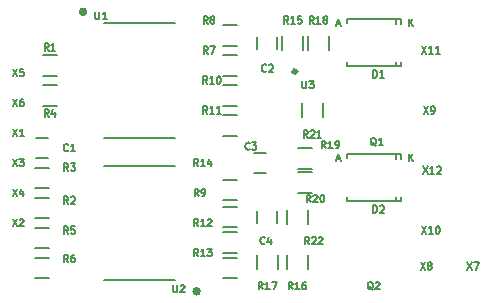
<source format=gbr>
G04 #@! TF.FileFunction,Legend,Top*
%FSLAX46Y46*%
G04 Gerber Fmt 4.6, Leading zero omitted, Abs format (unit mm)*
G04 Created by KiCad (PCBNEW 4.0.4-stable) date 10/09/16 21:09:13*
%MOMM*%
%LPD*%
G01*
G04 APERTURE LIST*
%ADD10C,0.100000*%
%ADD11C,0.350000*%
%ADD12C,0.150000*%
%ADD13C,0.200000*%
G04 APERTURE END LIST*
D10*
D11*
X145385000Y-102745000D02*
G75*
G03X145385000Y-102745000I-175000J0D01*
G01*
D12*
X123225000Y-118505000D02*
X124425000Y-118505000D01*
X124425000Y-120255000D02*
X123225000Y-120255000D01*
X123325000Y-110070000D02*
X124325000Y-110070000D01*
X124325000Y-108370000D02*
X123325000Y-108370000D01*
X142025000Y-99830000D02*
X142025000Y-100830000D01*
X143725000Y-100830000D02*
X143725000Y-99830000D01*
X141740000Y-111340000D02*
X142740000Y-111340000D01*
X142740000Y-109640000D02*
X141740000Y-109640000D01*
X143725000Y-115562000D02*
X143725000Y-114562000D01*
X142025000Y-114562000D02*
X142025000Y-115562000D01*
X125060000Y-103110000D02*
X123860000Y-103110000D01*
X123860000Y-101360000D02*
X125060000Y-101360000D01*
X124425000Y-115175000D02*
X123225000Y-115175000D01*
X123225000Y-113425000D02*
X124425000Y-113425000D01*
X123225000Y-110885000D02*
X124425000Y-110885000D01*
X124425000Y-112635000D02*
X123225000Y-112635000D01*
X125060000Y-105650000D02*
X123860000Y-105650000D01*
X123860000Y-103900000D02*
X125060000Y-103900000D01*
X124425000Y-117715000D02*
X123225000Y-117715000D01*
X123225000Y-115965000D02*
X124425000Y-115965000D01*
X140300000Y-103110000D02*
X139100000Y-103110000D01*
X139100000Y-101360000D02*
X140300000Y-101360000D01*
X139100000Y-98820000D02*
X140300000Y-98820000D01*
X140300000Y-100570000D02*
X139100000Y-100570000D01*
X140300000Y-115937000D02*
X139100000Y-115937000D01*
X139100000Y-114187000D02*
X140300000Y-114187000D01*
X140300000Y-105650000D02*
X139100000Y-105650000D01*
X139100000Y-103900000D02*
X140300000Y-103900000D01*
X139100000Y-106440000D02*
X140300000Y-106440000D01*
X140300000Y-108190000D02*
X139100000Y-108190000D01*
X140300000Y-118096000D02*
X139100000Y-118096000D01*
X139100000Y-116346000D02*
X140300000Y-116346000D01*
X140300000Y-120255000D02*
X139100000Y-120255000D01*
X139100000Y-118505000D02*
X140300000Y-118505000D01*
X140300000Y-113651000D02*
X139100000Y-113651000D01*
X139100000Y-111901000D02*
X140300000Y-111901000D01*
X144159000Y-100930000D02*
X144159000Y-99730000D01*
X145909000Y-99730000D02*
X145909000Y-100930000D01*
X146290000Y-118272000D02*
X146290000Y-119472000D01*
X144540000Y-119472000D02*
X144540000Y-118272000D01*
X143750000Y-118272000D02*
X143750000Y-119472000D01*
X142000000Y-119472000D02*
X142000000Y-118272000D01*
X146318000Y-100930000D02*
X146318000Y-99730000D01*
X148068000Y-99730000D02*
X148068000Y-100930000D01*
X145450000Y-109234000D02*
X146650000Y-109234000D01*
X146650000Y-110984000D02*
X145450000Y-110984000D01*
X145450000Y-111266000D02*
X146650000Y-111266000D01*
X146650000Y-113016000D02*
X145450000Y-113016000D01*
X145810000Y-106645000D02*
X145810000Y-105445000D01*
X147560000Y-105445000D02*
X147560000Y-106645000D01*
X146290000Y-114462000D02*
X146290000Y-115662000D01*
X144540000Y-115662000D02*
X144540000Y-114462000D01*
D13*
X129080000Y-108345000D02*
X135080000Y-108345000D01*
X129080000Y-98665000D02*
X135080000Y-98665000D01*
D11*
X127480000Y-97705000D02*
G75*
G03X127480000Y-97705000I-200000J0D01*
G01*
D13*
X135080000Y-110730000D02*
X129080000Y-110730000D01*
X135080000Y-120410000D02*
X129080000Y-120410000D01*
D11*
X137080000Y-121370000D02*
G75*
G03X137080000Y-121370000I-200000J0D01*
G01*
D12*
X154198320Y-109960000D02*
X154198320Y-110159800D01*
X153741280Y-110010000D02*
X153741280Y-110159000D01*
X149595840Y-109960000D02*
X149595840Y-110109000D01*
X154193240Y-113560000D02*
X154193240Y-113411000D01*
X153741280Y-113560000D02*
X153741280Y-113411000D01*
X149590760Y-113560000D02*
X149590760Y-113411000D01*
X153741280Y-109811020D02*
X153741280Y-110009140D01*
X153741280Y-113758980D02*
X153741280Y-113560860D01*
X149595840Y-109763560D02*
X149595840Y-109961680D01*
X154198320Y-109763560D02*
X149595840Y-109763560D01*
X154198320Y-109763560D02*
X154198320Y-109961680D01*
X154193240Y-113758980D02*
X154193240Y-113560860D01*
X154193240Y-113758980D02*
X149590760Y-113758980D01*
X149590760Y-113758980D02*
X149590760Y-113560860D01*
X154198320Y-98530000D02*
X154198320Y-98729800D01*
X153741280Y-98580000D02*
X153741280Y-98729000D01*
X149595840Y-98530000D02*
X149595840Y-98679000D01*
X154193240Y-102130000D02*
X154193240Y-101981000D01*
X153741280Y-102130000D02*
X153741280Y-101981000D01*
X149590760Y-102130000D02*
X149590760Y-101981000D01*
X153741280Y-98381020D02*
X153741280Y-98579140D01*
X153741280Y-102328980D02*
X153741280Y-102130860D01*
X149595840Y-98333560D02*
X149595840Y-98531680D01*
X154198320Y-98333560D02*
X149595840Y-98333560D01*
X154198320Y-98333560D02*
X154198320Y-98531680D01*
X154193240Y-102328980D02*
X154193240Y-102130860D01*
X154193240Y-102328980D02*
X149590760Y-102328980D01*
X149590760Y-102328980D02*
X149590760Y-102130860D01*
X145846857Y-103557429D02*
X145846857Y-104043143D01*
X145875429Y-104100286D01*
X145904000Y-104128857D01*
X145961143Y-104157429D01*
X146075429Y-104157429D01*
X146132571Y-104128857D01*
X146161143Y-104100286D01*
X146189714Y-104043143D01*
X146189714Y-103557429D01*
X146418285Y-103557429D02*
X146789714Y-103557429D01*
X146589714Y-103786000D01*
X146675428Y-103786000D01*
X146732571Y-103814571D01*
X146761142Y-103843143D01*
X146789714Y-103900286D01*
X146789714Y-104043143D01*
X146761142Y-104100286D01*
X146732571Y-104128857D01*
X146675428Y-104157429D01*
X146504000Y-104157429D01*
X146446857Y-104128857D01*
X146418285Y-104100286D01*
X126011000Y-118889429D02*
X125811000Y-118603714D01*
X125668143Y-118889429D02*
X125668143Y-118289429D01*
X125896715Y-118289429D01*
X125953857Y-118318000D01*
X125982429Y-118346571D01*
X126011000Y-118403714D01*
X126011000Y-118489429D01*
X125982429Y-118546571D01*
X125953857Y-118575143D01*
X125896715Y-118603714D01*
X125668143Y-118603714D01*
X126525286Y-118289429D02*
X126411000Y-118289429D01*
X126353857Y-118318000D01*
X126325286Y-118346571D01*
X126268143Y-118432286D01*
X126239572Y-118546571D01*
X126239572Y-118775143D01*
X126268143Y-118832286D01*
X126296715Y-118860857D01*
X126353857Y-118889429D01*
X126468143Y-118889429D01*
X126525286Y-118860857D01*
X126553857Y-118832286D01*
X126582429Y-118775143D01*
X126582429Y-118632286D01*
X126553857Y-118575143D01*
X126525286Y-118546571D01*
X126468143Y-118518000D01*
X126353857Y-118518000D01*
X126296715Y-118546571D01*
X126268143Y-118575143D01*
X126239572Y-118632286D01*
X126011000Y-109434286D02*
X125982429Y-109462857D01*
X125896715Y-109491429D01*
X125839572Y-109491429D01*
X125753857Y-109462857D01*
X125696715Y-109405714D01*
X125668143Y-109348571D01*
X125639572Y-109234286D01*
X125639572Y-109148571D01*
X125668143Y-109034286D01*
X125696715Y-108977143D01*
X125753857Y-108920000D01*
X125839572Y-108891429D01*
X125896715Y-108891429D01*
X125982429Y-108920000D01*
X126011000Y-108948571D01*
X126582429Y-109491429D02*
X126239572Y-109491429D01*
X126411000Y-109491429D02*
X126411000Y-108891429D01*
X126353857Y-108977143D01*
X126296715Y-109034286D01*
X126239572Y-109062857D01*
X142775000Y-102703286D02*
X142746429Y-102731857D01*
X142660715Y-102760429D01*
X142603572Y-102760429D01*
X142517857Y-102731857D01*
X142460715Y-102674714D01*
X142432143Y-102617571D01*
X142403572Y-102503286D01*
X142403572Y-102417571D01*
X142432143Y-102303286D01*
X142460715Y-102246143D01*
X142517857Y-102189000D01*
X142603572Y-102160429D01*
X142660715Y-102160429D01*
X142746429Y-102189000D01*
X142775000Y-102217571D01*
X143003572Y-102217571D02*
X143032143Y-102189000D01*
X143089286Y-102160429D01*
X143232143Y-102160429D01*
X143289286Y-102189000D01*
X143317857Y-102217571D01*
X143346429Y-102274714D01*
X143346429Y-102331857D01*
X143317857Y-102417571D01*
X142975000Y-102760429D01*
X143346429Y-102760429D01*
X141378000Y-109307286D02*
X141349429Y-109335857D01*
X141263715Y-109364429D01*
X141206572Y-109364429D01*
X141120857Y-109335857D01*
X141063715Y-109278714D01*
X141035143Y-109221571D01*
X141006572Y-109107286D01*
X141006572Y-109021571D01*
X141035143Y-108907286D01*
X141063715Y-108850143D01*
X141120857Y-108793000D01*
X141206572Y-108764429D01*
X141263715Y-108764429D01*
X141349429Y-108793000D01*
X141378000Y-108821571D01*
X141578000Y-108764429D02*
X141949429Y-108764429D01*
X141749429Y-108993000D01*
X141835143Y-108993000D01*
X141892286Y-109021571D01*
X141920857Y-109050143D01*
X141949429Y-109107286D01*
X141949429Y-109250143D01*
X141920857Y-109307286D01*
X141892286Y-109335857D01*
X141835143Y-109364429D01*
X141663715Y-109364429D01*
X141606572Y-109335857D01*
X141578000Y-109307286D01*
X142648000Y-117308286D02*
X142619429Y-117336857D01*
X142533715Y-117365429D01*
X142476572Y-117365429D01*
X142390857Y-117336857D01*
X142333715Y-117279714D01*
X142305143Y-117222571D01*
X142276572Y-117108286D01*
X142276572Y-117022571D01*
X142305143Y-116908286D01*
X142333715Y-116851143D01*
X142390857Y-116794000D01*
X142476572Y-116765429D01*
X142533715Y-116765429D01*
X142619429Y-116794000D01*
X142648000Y-116822571D01*
X143162286Y-116965429D02*
X143162286Y-117365429D01*
X143019429Y-116736857D02*
X142876572Y-117165429D01*
X143248000Y-117165429D01*
X152088857Y-109040571D02*
X152031714Y-109012000D01*
X151974571Y-108954857D01*
X151888857Y-108869143D01*
X151831714Y-108840571D01*
X151774571Y-108840571D01*
X151803143Y-108983429D02*
X151746000Y-108954857D01*
X151688857Y-108897714D01*
X151660286Y-108783429D01*
X151660286Y-108583429D01*
X151688857Y-108469143D01*
X151746000Y-108412000D01*
X151803143Y-108383429D01*
X151917429Y-108383429D01*
X151974571Y-108412000D01*
X152031714Y-108469143D01*
X152060286Y-108583429D01*
X152060286Y-108783429D01*
X152031714Y-108897714D01*
X151974571Y-108954857D01*
X151917429Y-108983429D01*
X151803143Y-108983429D01*
X152631714Y-108983429D02*
X152288857Y-108983429D01*
X152460285Y-108983429D02*
X152460285Y-108383429D01*
X152403142Y-108469143D01*
X152346000Y-108526286D01*
X152288857Y-108554857D01*
X151834857Y-121232571D02*
X151777714Y-121204000D01*
X151720571Y-121146857D01*
X151634857Y-121061143D01*
X151577714Y-121032571D01*
X151520571Y-121032571D01*
X151549143Y-121175429D02*
X151492000Y-121146857D01*
X151434857Y-121089714D01*
X151406286Y-120975429D01*
X151406286Y-120775429D01*
X151434857Y-120661143D01*
X151492000Y-120604000D01*
X151549143Y-120575429D01*
X151663429Y-120575429D01*
X151720571Y-120604000D01*
X151777714Y-120661143D01*
X151806286Y-120775429D01*
X151806286Y-120975429D01*
X151777714Y-121089714D01*
X151720571Y-121146857D01*
X151663429Y-121175429D01*
X151549143Y-121175429D01*
X152034857Y-120632571D02*
X152063428Y-120604000D01*
X152120571Y-120575429D01*
X152263428Y-120575429D01*
X152320571Y-120604000D01*
X152349142Y-120632571D01*
X152377714Y-120689714D01*
X152377714Y-120746857D01*
X152349142Y-120832571D01*
X152006285Y-121175429D01*
X152377714Y-121175429D01*
X124360000Y-100982429D02*
X124160000Y-100696714D01*
X124017143Y-100982429D02*
X124017143Y-100382429D01*
X124245715Y-100382429D01*
X124302857Y-100411000D01*
X124331429Y-100439571D01*
X124360000Y-100496714D01*
X124360000Y-100582429D01*
X124331429Y-100639571D01*
X124302857Y-100668143D01*
X124245715Y-100696714D01*
X124017143Y-100696714D01*
X124931429Y-100982429D02*
X124588572Y-100982429D01*
X124760000Y-100982429D02*
X124760000Y-100382429D01*
X124702857Y-100468143D01*
X124645715Y-100525286D01*
X124588572Y-100553857D01*
X126011000Y-113936429D02*
X125811000Y-113650714D01*
X125668143Y-113936429D02*
X125668143Y-113336429D01*
X125896715Y-113336429D01*
X125953857Y-113365000D01*
X125982429Y-113393571D01*
X126011000Y-113450714D01*
X126011000Y-113536429D01*
X125982429Y-113593571D01*
X125953857Y-113622143D01*
X125896715Y-113650714D01*
X125668143Y-113650714D01*
X126239572Y-113393571D02*
X126268143Y-113365000D01*
X126325286Y-113336429D01*
X126468143Y-113336429D01*
X126525286Y-113365000D01*
X126553857Y-113393571D01*
X126582429Y-113450714D01*
X126582429Y-113507857D01*
X126553857Y-113593571D01*
X126211000Y-113936429D01*
X126582429Y-113936429D01*
X126011000Y-111142429D02*
X125811000Y-110856714D01*
X125668143Y-111142429D02*
X125668143Y-110542429D01*
X125896715Y-110542429D01*
X125953857Y-110571000D01*
X125982429Y-110599571D01*
X126011000Y-110656714D01*
X126011000Y-110742429D01*
X125982429Y-110799571D01*
X125953857Y-110828143D01*
X125896715Y-110856714D01*
X125668143Y-110856714D01*
X126211000Y-110542429D02*
X126582429Y-110542429D01*
X126382429Y-110771000D01*
X126468143Y-110771000D01*
X126525286Y-110799571D01*
X126553857Y-110828143D01*
X126582429Y-110885286D01*
X126582429Y-111028143D01*
X126553857Y-111085286D01*
X126525286Y-111113857D01*
X126468143Y-111142429D01*
X126296715Y-111142429D01*
X126239572Y-111113857D01*
X126211000Y-111085286D01*
X124360000Y-106570429D02*
X124160000Y-106284714D01*
X124017143Y-106570429D02*
X124017143Y-105970429D01*
X124245715Y-105970429D01*
X124302857Y-105999000D01*
X124331429Y-106027571D01*
X124360000Y-106084714D01*
X124360000Y-106170429D01*
X124331429Y-106227571D01*
X124302857Y-106256143D01*
X124245715Y-106284714D01*
X124017143Y-106284714D01*
X124874286Y-106170429D02*
X124874286Y-106570429D01*
X124731429Y-105941857D02*
X124588572Y-106370429D01*
X124960000Y-106370429D01*
X126011000Y-116476429D02*
X125811000Y-116190714D01*
X125668143Y-116476429D02*
X125668143Y-115876429D01*
X125896715Y-115876429D01*
X125953857Y-115905000D01*
X125982429Y-115933571D01*
X126011000Y-115990714D01*
X126011000Y-116076429D01*
X125982429Y-116133571D01*
X125953857Y-116162143D01*
X125896715Y-116190714D01*
X125668143Y-116190714D01*
X126553857Y-115876429D02*
X126268143Y-115876429D01*
X126239572Y-116162143D01*
X126268143Y-116133571D01*
X126325286Y-116105000D01*
X126468143Y-116105000D01*
X126525286Y-116133571D01*
X126553857Y-116162143D01*
X126582429Y-116219286D01*
X126582429Y-116362143D01*
X126553857Y-116419286D01*
X126525286Y-116447857D01*
X126468143Y-116476429D01*
X126325286Y-116476429D01*
X126268143Y-116447857D01*
X126239572Y-116419286D01*
X137822000Y-101236429D02*
X137622000Y-100950714D01*
X137479143Y-101236429D02*
X137479143Y-100636429D01*
X137707715Y-100636429D01*
X137764857Y-100665000D01*
X137793429Y-100693571D01*
X137822000Y-100750714D01*
X137822000Y-100836429D01*
X137793429Y-100893571D01*
X137764857Y-100922143D01*
X137707715Y-100950714D01*
X137479143Y-100950714D01*
X138022000Y-100636429D02*
X138422000Y-100636429D01*
X138164857Y-101236429D01*
X137822000Y-98696429D02*
X137622000Y-98410714D01*
X137479143Y-98696429D02*
X137479143Y-98096429D01*
X137707715Y-98096429D01*
X137764857Y-98125000D01*
X137793429Y-98153571D01*
X137822000Y-98210714D01*
X137822000Y-98296429D01*
X137793429Y-98353571D01*
X137764857Y-98382143D01*
X137707715Y-98410714D01*
X137479143Y-98410714D01*
X138164857Y-98353571D02*
X138107715Y-98325000D01*
X138079143Y-98296429D01*
X138050572Y-98239286D01*
X138050572Y-98210714D01*
X138079143Y-98153571D01*
X138107715Y-98125000D01*
X138164857Y-98096429D01*
X138279143Y-98096429D01*
X138336286Y-98125000D01*
X138364857Y-98153571D01*
X138393429Y-98210714D01*
X138393429Y-98239286D01*
X138364857Y-98296429D01*
X138336286Y-98325000D01*
X138279143Y-98353571D01*
X138164857Y-98353571D01*
X138107715Y-98382143D01*
X138079143Y-98410714D01*
X138050572Y-98467857D01*
X138050572Y-98582143D01*
X138079143Y-98639286D01*
X138107715Y-98667857D01*
X138164857Y-98696429D01*
X138279143Y-98696429D01*
X138336286Y-98667857D01*
X138364857Y-98639286D01*
X138393429Y-98582143D01*
X138393429Y-98467857D01*
X138364857Y-98410714D01*
X138336286Y-98382143D01*
X138279143Y-98353571D01*
X137060000Y-113301429D02*
X136860000Y-113015714D01*
X136717143Y-113301429D02*
X136717143Y-112701429D01*
X136945715Y-112701429D01*
X137002857Y-112730000D01*
X137031429Y-112758571D01*
X137060000Y-112815714D01*
X137060000Y-112901429D01*
X137031429Y-112958571D01*
X137002857Y-112987143D01*
X136945715Y-113015714D01*
X136717143Y-113015714D01*
X137345715Y-113301429D02*
X137460000Y-113301429D01*
X137517143Y-113272857D01*
X137545715Y-113244286D01*
X137602857Y-113158571D01*
X137631429Y-113044286D01*
X137631429Y-112815714D01*
X137602857Y-112758571D01*
X137574286Y-112730000D01*
X137517143Y-112701429D01*
X137402857Y-112701429D01*
X137345715Y-112730000D01*
X137317143Y-112758571D01*
X137288572Y-112815714D01*
X137288572Y-112958571D01*
X137317143Y-113015714D01*
X137345715Y-113044286D01*
X137402857Y-113072857D01*
X137517143Y-113072857D01*
X137574286Y-113044286D01*
X137602857Y-113015714D01*
X137631429Y-112958571D01*
X137790285Y-103776429D02*
X137590285Y-103490714D01*
X137447428Y-103776429D02*
X137447428Y-103176429D01*
X137676000Y-103176429D01*
X137733142Y-103205000D01*
X137761714Y-103233571D01*
X137790285Y-103290714D01*
X137790285Y-103376429D01*
X137761714Y-103433571D01*
X137733142Y-103462143D01*
X137676000Y-103490714D01*
X137447428Y-103490714D01*
X138361714Y-103776429D02*
X138018857Y-103776429D01*
X138190285Y-103776429D02*
X138190285Y-103176429D01*
X138133142Y-103262143D01*
X138076000Y-103319286D01*
X138018857Y-103347857D01*
X138733143Y-103176429D02*
X138790286Y-103176429D01*
X138847429Y-103205000D01*
X138876000Y-103233571D01*
X138904571Y-103290714D01*
X138933143Y-103405000D01*
X138933143Y-103547857D01*
X138904571Y-103662143D01*
X138876000Y-103719286D01*
X138847429Y-103747857D01*
X138790286Y-103776429D01*
X138733143Y-103776429D01*
X138676000Y-103747857D01*
X138647429Y-103719286D01*
X138618857Y-103662143D01*
X138590286Y-103547857D01*
X138590286Y-103405000D01*
X138618857Y-103290714D01*
X138647429Y-103233571D01*
X138676000Y-103205000D01*
X138733143Y-103176429D01*
X137790285Y-106316429D02*
X137590285Y-106030714D01*
X137447428Y-106316429D02*
X137447428Y-105716429D01*
X137676000Y-105716429D01*
X137733142Y-105745000D01*
X137761714Y-105773571D01*
X137790285Y-105830714D01*
X137790285Y-105916429D01*
X137761714Y-105973571D01*
X137733142Y-106002143D01*
X137676000Y-106030714D01*
X137447428Y-106030714D01*
X138361714Y-106316429D02*
X138018857Y-106316429D01*
X138190285Y-106316429D02*
X138190285Y-105716429D01*
X138133142Y-105802143D01*
X138076000Y-105859286D01*
X138018857Y-105887857D01*
X138933143Y-106316429D02*
X138590286Y-106316429D01*
X138761714Y-106316429D02*
X138761714Y-105716429D01*
X138704571Y-105802143D01*
X138647429Y-105859286D01*
X138590286Y-105887857D01*
X137028285Y-115841429D02*
X136828285Y-115555714D01*
X136685428Y-115841429D02*
X136685428Y-115241429D01*
X136914000Y-115241429D01*
X136971142Y-115270000D01*
X136999714Y-115298571D01*
X137028285Y-115355714D01*
X137028285Y-115441429D01*
X136999714Y-115498571D01*
X136971142Y-115527143D01*
X136914000Y-115555714D01*
X136685428Y-115555714D01*
X137599714Y-115841429D02*
X137256857Y-115841429D01*
X137428285Y-115841429D02*
X137428285Y-115241429D01*
X137371142Y-115327143D01*
X137314000Y-115384286D01*
X137256857Y-115412857D01*
X137828286Y-115298571D02*
X137856857Y-115270000D01*
X137914000Y-115241429D01*
X138056857Y-115241429D01*
X138114000Y-115270000D01*
X138142571Y-115298571D01*
X138171143Y-115355714D01*
X138171143Y-115412857D01*
X138142571Y-115498571D01*
X137799714Y-115841429D01*
X138171143Y-115841429D01*
X137028285Y-118381429D02*
X136828285Y-118095714D01*
X136685428Y-118381429D02*
X136685428Y-117781429D01*
X136914000Y-117781429D01*
X136971142Y-117810000D01*
X136999714Y-117838571D01*
X137028285Y-117895714D01*
X137028285Y-117981429D01*
X136999714Y-118038571D01*
X136971142Y-118067143D01*
X136914000Y-118095714D01*
X136685428Y-118095714D01*
X137599714Y-118381429D02*
X137256857Y-118381429D01*
X137428285Y-118381429D02*
X137428285Y-117781429D01*
X137371142Y-117867143D01*
X137314000Y-117924286D01*
X137256857Y-117952857D01*
X137799714Y-117781429D02*
X138171143Y-117781429D01*
X137971143Y-118010000D01*
X138056857Y-118010000D01*
X138114000Y-118038571D01*
X138142571Y-118067143D01*
X138171143Y-118124286D01*
X138171143Y-118267143D01*
X138142571Y-118324286D01*
X138114000Y-118352857D01*
X138056857Y-118381429D01*
X137885429Y-118381429D01*
X137828286Y-118352857D01*
X137799714Y-118324286D01*
X137028285Y-110761429D02*
X136828285Y-110475714D01*
X136685428Y-110761429D02*
X136685428Y-110161429D01*
X136914000Y-110161429D01*
X136971142Y-110190000D01*
X136999714Y-110218571D01*
X137028285Y-110275714D01*
X137028285Y-110361429D01*
X136999714Y-110418571D01*
X136971142Y-110447143D01*
X136914000Y-110475714D01*
X136685428Y-110475714D01*
X137599714Y-110761429D02*
X137256857Y-110761429D01*
X137428285Y-110761429D02*
X137428285Y-110161429D01*
X137371142Y-110247143D01*
X137314000Y-110304286D01*
X137256857Y-110332857D01*
X138114000Y-110361429D02*
X138114000Y-110761429D01*
X137971143Y-110132857D02*
X137828286Y-110561429D01*
X138199714Y-110561429D01*
X144648285Y-98696429D02*
X144448285Y-98410714D01*
X144305428Y-98696429D02*
X144305428Y-98096429D01*
X144534000Y-98096429D01*
X144591142Y-98125000D01*
X144619714Y-98153571D01*
X144648285Y-98210714D01*
X144648285Y-98296429D01*
X144619714Y-98353571D01*
X144591142Y-98382143D01*
X144534000Y-98410714D01*
X144305428Y-98410714D01*
X145219714Y-98696429D02*
X144876857Y-98696429D01*
X145048285Y-98696429D02*
X145048285Y-98096429D01*
X144991142Y-98182143D01*
X144934000Y-98239286D01*
X144876857Y-98267857D01*
X145762571Y-98096429D02*
X145476857Y-98096429D01*
X145448286Y-98382143D01*
X145476857Y-98353571D01*
X145534000Y-98325000D01*
X145676857Y-98325000D01*
X145734000Y-98353571D01*
X145762571Y-98382143D01*
X145791143Y-98439286D01*
X145791143Y-98582143D01*
X145762571Y-98639286D01*
X145734000Y-98667857D01*
X145676857Y-98696429D01*
X145534000Y-98696429D01*
X145476857Y-98667857D01*
X145448286Y-98639286D01*
X145029285Y-121175429D02*
X144829285Y-120889714D01*
X144686428Y-121175429D02*
X144686428Y-120575429D01*
X144915000Y-120575429D01*
X144972142Y-120604000D01*
X145000714Y-120632571D01*
X145029285Y-120689714D01*
X145029285Y-120775429D01*
X145000714Y-120832571D01*
X144972142Y-120861143D01*
X144915000Y-120889714D01*
X144686428Y-120889714D01*
X145600714Y-121175429D02*
X145257857Y-121175429D01*
X145429285Y-121175429D02*
X145429285Y-120575429D01*
X145372142Y-120661143D01*
X145315000Y-120718286D01*
X145257857Y-120746857D01*
X146115000Y-120575429D02*
X146000714Y-120575429D01*
X145943571Y-120604000D01*
X145915000Y-120632571D01*
X145857857Y-120718286D01*
X145829286Y-120832571D01*
X145829286Y-121061143D01*
X145857857Y-121118286D01*
X145886429Y-121146857D01*
X145943571Y-121175429D01*
X146057857Y-121175429D01*
X146115000Y-121146857D01*
X146143571Y-121118286D01*
X146172143Y-121061143D01*
X146172143Y-120918286D01*
X146143571Y-120861143D01*
X146115000Y-120832571D01*
X146057857Y-120804000D01*
X145943571Y-120804000D01*
X145886429Y-120832571D01*
X145857857Y-120861143D01*
X145829286Y-120918286D01*
X142489285Y-121175429D02*
X142289285Y-120889714D01*
X142146428Y-121175429D02*
X142146428Y-120575429D01*
X142375000Y-120575429D01*
X142432142Y-120604000D01*
X142460714Y-120632571D01*
X142489285Y-120689714D01*
X142489285Y-120775429D01*
X142460714Y-120832571D01*
X142432142Y-120861143D01*
X142375000Y-120889714D01*
X142146428Y-120889714D01*
X143060714Y-121175429D02*
X142717857Y-121175429D01*
X142889285Y-121175429D02*
X142889285Y-120575429D01*
X142832142Y-120661143D01*
X142775000Y-120718286D01*
X142717857Y-120746857D01*
X143260714Y-120575429D02*
X143660714Y-120575429D01*
X143403571Y-121175429D01*
X146807285Y-98696429D02*
X146607285Y-98410714D01*
X146464428Y-98696429D02*
X146464428Y-98096429D01*
X146693000Y-98096429D01*
X146750142Y-98125000D01*
X146778714Y-98153571D01*
X146807285Y-98210714D01*
X146807285Y-98296429D01*
X146778714Y-98353571D01*
X146750142Y-98382143D01*
X146693000Y-98410714D01*
X146464428Y-98410714D01*
X147378714Y-98696429D02*
X147035857Y-98696429D01*
X147207285Y-98696429D02*
X147207285Y-98096429D01*
X147150142Y-98182143D01*
X147093000Y-98239286D01*
X147035857Y-98267857D01*
X147721571Y-98353571D02*
X147664429Y-98325000D01*
X147635857Y-98296429D01*
X147607286Y-98239286D01*
X147607286Y-98210714D01*
X147635857Y-98153571D01*
X147664429Y-98125000D01*
X147721571Y-98096429D01*
X147835857Y-98096429D01*
X147893000Y-98125000D01*
X147921571Y-98153571D01*
X147950143Y-98210714D01*
X147950143Y-98239286D01*
X147921571Y-98296429D01*
X147893000Y-98325000D01*
X147835857Y-98353571D01*
X147721571Y-98353571D01*
X147664429Y-98382143D01*
X147635857Y-98410714D01*
X147607286Y-98467857D01*
X147607286Y-98582143D01*
X147635857Y-98639286D01*
X147664429Y-98667857D01*
X147721571Y-98696429D01*
X147835857Y-98696429D01*
X147893000Y-98667857D01*
X147921571Y-98639286D01*
X147950143Y-98582143D01*
X147950143Y-98467857D01*
X147921571Y-98410714D01*
X147893000Y-98382143D01*
X147835857Y-98353571D01*
X147823285Y-109237429D02*
X147623285Y-108951714D01*
X147480428Y-109237429D02*
X147480428Y-108637429D01*
X147709000Y-108637429D01*
X147766142Y-108666000D01*
X147794714Y-108694571D01*
X147823285Y-108751714D01*
X147823285Y-108837429D01*
X147794714Y-108894571D01*
X147766142Y-108923143D01*
X147709000Y-108951714D01*
X147480428Y-108951714D01*
X148394714Y-109237429D02*
X148051857Y-109237429D01*
X148223285Y-109237429D02*
X148223285Y-108637429D01*
X148166142Y-108723143D01*
X148109000Y-108780286D01*
X148051857Y-108808857D01*
X148680429Y-109237429D02*
X148794714Y-109237429D01*
X148851857Y-109208857D01*
X148880429Y-109180286D01*
X148937571Y-109094571D01*
X148966143Y-108980286D01*
X148966143Y-108751714D01*
X148937571Y-108694571D01*
X148909000Y-108666000D01*
X148851857Y-108637429D01*
X148737571Y-108637429D01*
X148680429Y-108666000D01*
X148651857Y-108694571D01*
X148623286Y-108751714D01*
X148623286Y-108894571D01*
X148651857Y-108951714D01*
X148680429Y-108980286D01*
X148737571Y-109008857D01*
X148851857Y-109008857D01*
X148909000Y-108980286D01*
X148937571Y-108951714D01*
X148966143Y-108894571D01*
X146553285Y-113809429D02*
X146353285Y-113523714D01*
X146210428Y-113809429D02*
X146210428Y-113209429D01*
X146439000Y-113209429D01*
X146496142Y-113238000D01*
X146524714Y-113266571D01*
X146553285Y-113323714D01*
X146553285Y-113409429D01*
X146524714Y-113466571D01*
X146496142Y-113495143D01*
X146439000Y-113523714D01*
X146210428Y-113523714D01*
X146781857Y-113266571D02*
X146810428Y-113238000D01*
X146867571Y-113209429D01*
X147010428Y-113209429D01*
X147067571Y-113238000D01*
X147096142Y-113266571D01*
X147124714Y-113323714D01*
X147124714Y-113380857D01*
X147096142Y-113466571D01*
X146753285Y-113809429D01*
X147124714Y-113809429D01*
X147496143Y-113209429D02*
X147553286Y-113209429D01*
X147610429Y-113238000D01*
X147639000Y-113266571D01*
X147667571Y-113323714D01*
X147696143Y-113438000D01*
X147696143Y-113580857D01*
X147667571Y-113695143D01*
X147639000Y-113752286D01*
X147610429Y-113780857D01*
X147553286Y-113809429D01*
X147496143Y-113809429D01*
X147439000Y-113780857D01*
X147410429Y-113752286D01*
X147381857Y-113695143D01*
X147353286Y-113580857D01*
X147353286Y-113438000D01*
X147381857Y-113323714D01*
X147410429Y-113266571D01*
X147439000Y-113238000D01*
X147496143Y-113209429D01*
X146299285Y-108348429D02*
X146099285Y-108062714D01*
X145956428Y-108348429D02*
X145956428Y-107748429D01*
X146185000Y-107748429D01*
X146242142Y-107777000D01*
X146270714Y-107805571D01*
X146299285Y-107862714D01*
X146299285Y-107948429D01*
X146270714Y-108005571D01*
X146242142Y-108034143D01*
X146185000Y-108062714D01*
X145956428Y-108062714D01*
X146527857Y-107805571D02*
X146556428Y-107777000D01*
X146613571Y-107748429D01*
X146756428Y-107748429D01*
X146813571Y-107777000D01*
X146842142Y-107805571D01*
X146870714Y-107862714D01*
X146870714Y-107919857D01*
X146842142Y-108005571D01*
X146499285Y-108348429D01*
X146870714Y-108348429D01*
X147442143Y-108348429D02*
X147099286Y-108348429D01*
X147270714Y-108348429D02*
X147270714Y-107748429D01*
X147213571Y-107834143D01*
X147156429Y-107891286D01*
X147099286Y-107919857D01*
X146426285Y-117365429D02*
X146226285Y-117079714D01*
X146083428Y-117365429D02*
X146083428Y-116765429D01*
X146312000Y-116765429D01*
X146369142Y-116794000D01*
X146397714Y-116822571D01*
X146426285Y-116879714D01*
X146426285Y-116965429D01*
X146397714Y-117022571D01*
X146369142Y-117051143D01*
X146312000Y-117079714D01*
X146083428Y-117079714D01*
X146654857Y-116822571D02*
X146683428Y-116794000D01*
X146740571Y-116765429D01*
X146883428Y-116765429D01*
X146940571Y-116794000D01*
X146969142Y-116822571D01*
X146997714Y-116879714D01*
X146997714Y-116936857D01*
X146969142Y-117022571D01*
X146626285Y-117365429D01*
X146997714Y-117365429D01*
X147226286Y-116822571D02*
X147254857Y-116794000D01*
X147312000Y-116765429D01*
X147454857Y-116765429D01*
X147512000Y-116794000D01*
X147540571Y-116822571D01*
X147569143Y-116879714D01*
X147569143Y-116936857D01*
X147540571Y-117022571D01*
X147197714Y-117365429D01*
X147569143Y-117365429D01*
X128320857Y-97715429D02*
X128320857Y-98201143D01*
X128349429Y-98258286D01*
X128378000Y-98286857D01*
X128435143Y-98315429D01*
X128549429Y-98315429D01*
X128606571Y-98286857D01*
X128635143Y-98258286D01*
X128663714Y-98201143D01*
X128663714Y-97715429D01*
X129263714Y-98315429D02*
X128920857Y-98315429D01*
X129092285Y-98315429D02*
X129092285Y-97715429D01*
X129035142Y-97801143D01*
X128978000Y-97858286D01*
X128920857Y-97886857D01*
X134924857Y-120829429D02*
X134924857Y-121315143D01*
X134953429Y-121372286D01*
X134982000Y-121400857D01*
X135039143Y-121429429D01*
X135153429Y-121429429D01*
X135210571Y-121400857D01*
X135239143Y-121372286D01*
X135267714Y-121315143D01*
X135267714Y-120829429D01*
X135524857Y-120886571D02*
X135553428Y-120858000D01*
X135610571Y-120829429D01*
X135753428Y-120829429D01*
X135810571Y-120858000D01*
X135839142Y-120886571D01*
X135867714Y-120943714D01*
X135867714Y-121000857D01*
X135839142Y-121086571D01*
X135496285Y-121429429D01*
X135867714Y-121429429D01*
X121307285Y-107621429D02*
X121707285Y-108221429D01*
X121707285Y-107621429D02*
X121307285Y-108221429D01*
X122250143Y-108221429D02*
X121907286Y-108221429D01*
X122078714Y-108221429D02*
X122078714Y-107621429D01*
X122021571Y-107707143D01*
X121964429Y-107764286D01*
X121907286Y-107792857D01*
X121307285Y-115241429D02*
X121707285Y-115841429D01*
X121707285Y-115241429D02*
X121307285Y-115841429D01*
X121907286Y-115298571D02*
X121935857Y-115270000D01*
X121993000Y-115241429D01*
X122135857Y-115241429D01*
X122193000Y-115270000D01*
X122221571Y-115298571D01*
X122250143Y-115355714D01*
X122250143Y-115412857D01*
X122221571Y-115498571D01*
X121878714Y-115841429D01*
X122250143Y-115841429D01*
X121307285Y-110161429D02*
X121707285Y-110761429D01*
X121707285Y-110161429D02*
X121307285Y-110761429D01*
X121878714Y-110161429D02*
X122250143Y-110161429D01*
X122050143Y-110390000D01*
X122135857Y-110390000D01*
X122193000Y-110418571D01*
X122221571Y-110447143D01*
X122250143Y-110504286D01*
X122250143Y-110647143D01*
X122221571Y-110704286D01*
X122193000Y-110732857D01*
X122135857Y-110761429D01*
X121964429Y-110761429D01*
X121907286Y-110732857D01*
X121878714Y-110704286D01*
X121307285Y-112701429D02*
X121707285Y-113301429D01*
X121707285Y-112701429D02*
X121307285Y-113301429D01*
X122193000Y-112901429D02*
X122193000Y-113301429D01*
X122050143Y-112672857D02*
X121907286Y-113101429D01*
X122278714Y-113101429D01*
X121307285Y-102541429D02*
X121707285Y-103141429D01*
X121707285Y-102541429D02*
X121307285Y-103141429D01*
X122221571Y-102541429D02*
X121935857Y-102541429D01*
X121907286Y-102827143D01*
X121935857Y-102798571D01*
X121993000Y-102770000D01*
X122135857Y-102770000D01*
X122193000Y-102798571D01*
X122221571Y-102827143D01*
X122250143Y-102884286D01*
X122250143Y-103027143D01*
X122221571Y-103084286D01*
X122193000Y-103112857D01*
X122135857Y-103141429D01*
X121993000Y-103141429D01*
X121935857Y-103112857D01*
X121907286Y-103084286D01*
X121307285Y-105081429D02*
X121707285Y-105681429D01*
X121707285Y-105081429D02*
X121307285Y-105681429D01*
X122193000Y-105081429D02*
X122078714Y-105081429D01*
X122021571Y-105110000D01*
X121993000Y-105138571D01*
X121935857Y-105224286D01*
X121907286Y-105338571D01*
X121907286Y-105567143D01*
X121935857Y-105624286D01*
X121964429Y-105652857D01*
X122021571Y-105681429D01*
X122135857Y-105681429D01*
X122193000Y-105652857D01*
X122221571Y-105624286D01*
X122250143Y-105567143D01*
X122250143Y-105424286D01*
X122221571Y-105367143D01*
X122193000Y-105338571D01*
X122135857Y-105310000D01*
X122021571Y-105310000D01*
X121964429Y-105338571D01*
X121935857Y-105367143D01*
X121907286Y-105424286D01*
X159788285Y-118924429D02*
X160188285Y-119524429D01*
X160188285Y-118924429D02*
X159788285Y-119524429D01*
X160359714Y-118924429D02*
X160759714Y-118924429D01*
X160502571Y-119524429D01*
X155851285Y-118924429D02*
X156251285Y-119524429D01*
X156251285Y-118924429D02*
X155851285Y-119524429D01*
X156565571Y-119181571D02*
X156508429Y-119153000D01*
X156479857Y-119124429D01*
X156451286Y-119067286D01*
X156451286Y-119038714D01*
X156479857Y-118981571D01*
X156508429Y-118953000D01*
X156565571Y-118924429D01*
X156679857Y-118924429D01*
X156737000Y-118953000D01*
X156765571Y-118981571D01*
X156794143Y-119038714D01*
X156794143Y-119067286D01*
X156765571Y-119124429D01*
X156737000Y-119153000D01*
X156679857Y-119181571D01*
X156565571Y-119181571D01*
X156508429Y-119210143D01*
X156479857Y-119238714D01*
X156451286Y-119295857D01*
X156451286Y-119410143D01*
X156479857Y-119467286D01*
X156508429Y-119495857D01*
X156565571Y-119524429D01*
X156679857Y-119524429D01*
X156737000Y-119495857D01*
X156765571Y-119467286D01*
X156794143Y-119410143D01*
X156794143Y-119295857D01*
X156765571Y-119238714D01*
X156737000Y-119210143D01*
X156679857Y-119181571D01*
X156105285Y-105716429D02*
X156505285Y-106316429D01*
X156505285Y-105716429D02*
X156105285Y-106316429D01*
X156762429Y-106316429D02*
X156876714Y-106316429D01*
X156933857Y-106287857D01*
X156962429Y-106259286D01*
X157019571Y-106173571D01*
X157048143Y-106059286D01*
X157048143Y-105830714D01*
X157019571Y-105773571D01*
X156991000Y-105745000D01*
X156933857Y-105716429D01*
X156819571Y-105716429D01*
X156762429Y-105745000D01*
X156733857Y-105773571D01*
X156705286Y-105830714D01*
X156705286Y-105973571D01*
X156733857Y-106030714D01*
X156762429Y-106059286D01*
X156819571Y-106087857D01*
X156933857Y-106087857D01*
X156991000Y-106059286D01*
X157019571Y-106030714D01*
X157048143Y-105973571D01*
X155946571Y-115876429D02*
X156346571Y-116476429D01*
X156346571Y-115876429D02*
X155946571Y-116476429D01*
X156889429Y-116476429D02*
X156546572Y-116476429D01*
X156718000Y-116476429D02*
X156718000Y-115876429D01*
X156660857Y-115962143D01*
X156603715Y-116019286D01*
X156546572Y-116047857D01*
X157260858Y-115876429D02*
X157318001Y-115876429D01*
X157375144Y-115905000D01*
X157403715Y-115933571D01*
X157432286Y-115990714D01*
X157460858Y-116105000D01*
X157460858Y-116247857D01*
X157432286Y-116362143D01*
X157403715Y-116419286D01*
X157375144Y-116447857D01*
X157318001Y-116476429D01*
X157260858Y-116476429D01*
X157203715Y-116447857D01*
X157175144Y-116419286D01*
X157146572Y-116362143D01*
X157118001Y-116247857D01*
X157118001Y-116105000D01*
X157146572Y-115990714D01*
X157175144Y-115933571D01*
X157203715Y-115905000D01*
X157260858Y-115876429D01*
X155946571Y-100636429D02*
X156346571Y-101236429D01*
X156346571Y-100636429D02*
X155946571Y-101236429D01*
X156889429Y-101236429D02*
X156546572Y-101236429D01*
X156718000Y-101236429D02*
X156718000Y-100636429D01*
X156660857Y-100722143D01*
X156603715Y-100779286D01*
X156546572Y-100807857D01*
X157460858Y-101236429D02*
X157118001Y-101236429D01*
X157289429Y-101236429D02*
X157289429Y-100636429D01*
X157232286Y-100722143D01*
X157175144Y-100779286D01*
X157118001Y-100807857D01*
X156073571Y-110796429D02*
X156473571Y-111396429D01*
X156473571Y-110796429D02*
X156073571Y-111396429D01*
X157016429Y-111396429D02*
X156673572Y-111396429D01*
X156845000Y-111396429D02*
X156845000Y-110796429D01*
X156787857Y-110882143D01*
X156730715Y-110939286D01*
X156673572Y-110967857D01*
X157245001Y-110853571D02*
X157273572Y-110825000D01*
X157330715Y-110796429D01*
X157473572Y-110796429D01*
X157530715Y-110825000D01*
X157559286Y-110853571D01*
X157587858Y-110910714D01*
X157587858Y-110967857D01*
X157559286Y-111053571D01*
X157216429Y-111396429D01*
X157587858Y-111396429D01*
X151830143Y-114698429D02*
X151830143Y-114098429D01*
X151973000Y-114098429D01*
X152058715Y-114127000D01*
X152115857Y-114184143D01*
X152144429Y-114241286D01*
X152173000Y-114355571D01*
X152173000Y-114441286D01*
X152144429Y-114555571D01*
X152115857Y-114612714D01*
X152058715Y-114669857D01*
X151973000Y-114698429D01*
X151830143Y-114698429D01*
X152401572Y-114155571D02*
X152430143Y-114127000D01*
X152487286Y-114098429D01*
X152630143Y-114098429D01*
X152687286Y-114127000D01*
X152715857Y-114155571D01*
X152744429Y-114212714D01*
X152744429Y-114269857D01*
X152715857Y-114355571D01*
X152373000Y-114698429D01*
X152744429Y-114698429D01*
X154834857Y-110331429D02*
X154834857Y-109731429D01*
X155177714Y-110331429D02*
X154920571Y-109988571D01*
X155177714Y-109731429D02*
X154834857Y-110074286D01*
X148749143Y-110160000D02*
X149034857Y-110160000D01*
X148692000Y-110331429D02*
X148892000Y-109731429D01*
X149092000Y-110331429D01*
X151830143Y-103268429D02*
X151830143Y-102668429D01*
X151973000Y-102668429D01*
X152058715Y-102697000D01*
X152115857Y-102754143D01*
X152144429Y-102811286D01*
X152173000Y-102925571D01*
X152173000Y-103011286D01*
X152144429Y-103125571D01*
X152115857Y-103182714D01*
X152058715Y-103239857D01*
X151973000Y-103268429D01*
X151830143Y-103268429D01*
X152744429Y-103268429D02*
X152401572Y-103268429D01*
X152573000Y-103268429D02*
X152573000Y-102668429D01*
X152515857Y-102754143D01*
X152458715Y-102811286D01*
X152401572Y-102839857D01*
X154834857Y-98901429D02*
X154834857Y-98301429D01*
X155177714Y-98901429D02*
X154920571Y-98558571D01*
X155177714Y-98301429D02*
X154834857Y-98644286D01*
X148749143Y-98730000D02*
X149034857Y-98730000D01*
X148692000Y-98901429D02*
X148892000Y-98301429D01*
X149092000Y-98901429D01*
M02*

</source>
